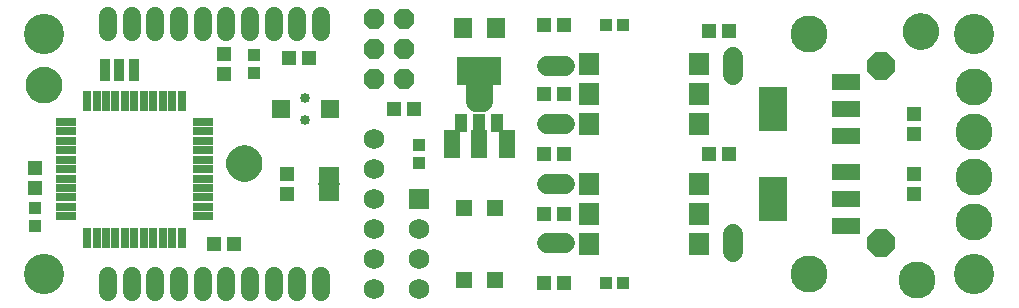
<source format=gts>
G75*
%MOIN*%
%OFA0B0*%
%FSLAX24Y24*%
%IPPOS*%
%LPD*%
%AMOC8*
5,1,8,0,0,1.08239X$1,22.5*
%
%ADD10C,0.1340*%
%ADD11C,0.0500*%
%ADD12C,0.0474*%
%ADD13R,0.0560X0.0960*%
%ADD14R,0.1497X0.0946*%
%ADD15R,0.0395X0.0631*%
%ADD16C,0.0660*%
%ADD17R,0.0394X0.0630*%
%ADD18R,0.0631X0.0710*%
%ADD19R,0.0395X0.0395*%
%ADD20R,0.0513X0.0474*%
%ADD21R,0.0474X0.0513*%
%ADD22R,0.0710X0.0540*%
%ADD23R,0.0720X0.0060*%
%ADD24OC8,0.0680*%
%ADD25C,0.0595*%
%ADD26R,0.0356X0.0749*%
%ADD27C,0.0680*%
%ADD28R,0.0631X0.0631*%
%ADD29C,0.0336*%
%ADD30C,0.0680*%
%ADD31R,0.0552X0.0552*%
%ADD32R,0.0277X0.0671*%
%ADD33R,0.0671X0.0277*%
%ADD34R,0.0960X0.0560*%
%ADD35R,0.0946X0.1497*%
%ADD36R,0.0678X0.0781*%
%ADD37OC8,0.0930*%
%ADD38R,0.0680X0.0680*%
%ADD39C,0.1230*%
D10*
X001150Y005396D03*
X001150Y013396D03*
X032150Y013396D03*
X032150Y005396D03*
D11*
X029996Y013496D02*
X029998Y013533D01*
X030004Y013570D01*
X030013Y013605D01*
X030027Y013640D01*
X030043Y013673D01*
X030064Y013704D01*
X030087Y013733D01*
X030113Y013759D01*
X030142Y013782D01*
X030173Y013803D01*
X030206Y013819D01*
X030241Y013833D01*
X030276Y013842D01*
X030313Y013848D01*
X030350Y013850D01*
X030387Y013848D01*
X030424Y013842D01*
X030459Y013833D01*
X030494Y013819D01*
X030527Y013803D01*
X030558Y013782D01*
X030587Y013759D01*
X030613Y013733D01*
X030636Y013704D01*
X030657Y013673D01*
X030673Y013640D01*
X030687Y013605D01*
X030696Y013570D01*
X030702Y013533D01*
X030704Y013496D01*
X030702Y013459D01*
X030696Y013422D01*
X030687Y013387D01*
X030673Y013352D01*
X030657Y013319D01*
X030636Y013288D01*
X030613Y013259D01*
X030587Y013233D01*
X030558Y013210D01*
X030527Y013189D01*
X030494Y013173D01*
X030459Y013159D01*
X030424Y013150D01*
X030387Y013144D01*
X030350Y013142D01*
X030313Y013144D01*
X030276Y013150D01*
X030241Y013159D01*
X030206Y013173D01*
X030173Y013189D01*
X030142Y013210D01*
X030113Y013233D01*
X030087Y013259D01*
X030064Y013288D01*
X030043Y013319D01*
X030027Y013352D01*
X030013Y013387D01*
X030004Y013422D01*
X029998Y013459D01*
X029996Y013496D01*
X007446Y009096D02*
X007448Y009133D01*
X007454Y009170D01*
X007463Y009205D01*
X007477Y009240D01*
X007493Y009273D01*
X007514Y009304D01*
X007537Y009333D01*
X007563Y009359D01*
X007592Y009382D01*
X007623Y009403D01*
X007656Y009419D01*
X007691Y009433D01*
X007726Y009442D01*
X007763Y009448D01*
X007800Y009450D01*
X007837Y009448D01*
X007874Y009442D01*
X007909Y009433D01*
X007944Y009419D01*
X007977Y009403D01*
X008008Y009382D01*
X008037Y009359D01*
X008063Y009333D01*
X008086Y009304D01*
X008107Y009273D01*
X008123Y009240D01*
X008137Y009205D01*
X008146Y009170D01*
X008152Y009133D01*
X008154Y009096D01*
X008152Y009059D01*
X008146Y009022D01*
X008137Y008987D01*
X008123Y008952D01*
X008107Y008919D01*
X008086Y008888D01*
X008063Y008859D01*
X008037Y008833D01*
X008008Y008810D01*
X007977Y008789D01*
X007944Y008773D01*
X007909Y008759D01*
X007874Y008750D01*
X007837Y008744D01*
X007800Y008742D01*
X007763Y008744D01*
X007726Y008750D01*
X007691Y008759D01*
X007656Y008773D01*
X007623Y008789D01*
X007592Y008810D01*
X007563Y008833D01*
X007537Y008859D01*
X007514Y008888D01*
X007493Y008919D01*
X007477Y008952D01*
X007463Y008987D01*
X007454Y009022D01*
X007448Y009059D01*
X007446Y009096D01*
X000767Y011708D02*
X000769Y011745D01*
X000775Y011782D01*
X000784Y011817D01*
X000798Y011852D01*
X000814Y011885D01*
X000835Y011916D01*
X000858Y011945D01*
X000884Y011971D01*
X000913Y011994D01*
X000944Y012015D01*
X000977Y012031D01*
X001012Y012045D01*
X001047Y012054D01*
X001084Y012060D01*
X001121Y012062D01*
X001158Y012060D01*
X001195Y012054D01*
X001230Y012045D01*
X001265Y012031D01*
X001298Y012015D01*
X001329Y011994D01*
X001358Y011971D01*
X001384Y011945D01*
X001407Y011916D01*
X001428Y011885D01*
X001444Y011852D01*
X001458Y011817D01*
X001467Y011782D01*
X001473Y011745D01*
X001475Y011708D01*
X001473Y011671D01*
X001467Y011634D01*
X001458Y011599D01*
X001444Y011564D01*
X001428Y011531D01*
X001407Y011500D01*
X001384Y011471D01*
X001358Y011445D01*
X001329Y011422D01*
X001298Y011401D01*
X001265Y011385D01*
X001230Y011371D01*
X001195Y011362D01*
X001158Y011356D01*
X001121Y011354D01*
X001084Y011356D01*
X001047Y011362D01*
X001012Y011371D01*
X000977Y011385D01*
X000944Y011401D01*
X000913Y011422D01*
X000884Y011445D01*
X000858Y011471D01*
X000835Y011500D01*
X000814Y011531D01*
X000798Y011564D01*
X000784Y011599D01*
X000775Y011634D01*
X000769Y011671D01*
X000767Y011708D01*
D12*
X001121Y011708D03*
X007800Y009096D03*
X030350Y013496D03*
D13*
X016560Y009726D03*
X015650Y009726D03*
X014740Y009726D03*
D14*
X015650Y012166D03*
D15*
X015050Y010446D03*
X016250Y010446D03*
D16*
X015760Y011138D02*
X015540Y011138D01*
X015540Y011994D01*
X015760Y011994D01*
X015760Y011138D01*
X015760Y011797D02*
X015540Y011797D01*
D17*
X015650Y010417D03*
D18*
X015099Y013596D03*
X016201Y013596D03*
D19*
X019855Y013696D03*
X020445Y013696D03*
X013650Y009691D03*
X013650Y009101D03*
X008150Y012101D03*
X008150Y012691D03*
X000850Y007591D03*
X000850Y007001D03*
X019855Y005096D03*
X020445Y005096D03*
D20*
X018485Y005096D03*
X017815Y005096D03*
X017815Y007396D03*
X018485Y007396D03*
X018485Y009396D03*
X017815Y009396D03*
X013485Y010896D03*
X012815Y010896D03*
X009985Y012596D03*
X009315Y012596D03*
X017815Y013696D03*
X018485Y013696D03*
X023315Y013496D03*
X023985Y013496D03*
X018485Y011396D03*
X017815Y011396D03*
X023315Y009396D03*
X023985Y009396D03*
X007485Y006396D03*
X006815Y006396D03*
D21*
X009250Y008062D03*
X009250Y008731D03*
X007150Y012062D03*
X007150Y012731D03*
X000850Y008931D03*
X000850Y008262D03*
X030150Y008062D03*
X030150Y008731D03*
X030150Y010062D03*
X030150Y010731D03*
D22*
X010650Y008696D03*
X010650Y008096D03*
D23*
X010650Y008396D03*
D24*
X012150Y011896D03*
X013150Y011896D03*
X013150Y012896D03*
X012150Y012896D03*
X012150Y013896D03*
X013150Y013896D03*
D25*
X003276Y005323D02*
X003276Y004808D01*
X004063Y004808D02*
X004063Y005323D01*
X004851Y005323D02*
X004851Y004808D01*
X005638Y004808D02*
X005638Y005323D01*
X006426Y005323D02*
X006426Y004808D01*
X007213Y004808D02*
X007213Y005323D01*
X008000Y005323D02*
X008000Y004808D01*
X008788Y004808D02*
X008788Y005323D01*
X009575Y005323D02*
X009575Y004808D01*
X010363Y004808D02*
X010363Y005323D01*
X010363Y013469D02*
X010363Y013984D01*
X009575Y013984D02*
X009575Y013469D01*
X008788Y013469D02*
X008788Y013984D01*
X008000Y013984D02*
X008000Y013469D01*
X007213Y013469D02*
X007213Y013984D01*
X006426Y013984D02*
X006426Y013469D01*
X005638Y013469D02*
X005638Y013984D01*
X004851Y013984D02*
X004851Y013469D01*
X004063Y013469D02*
X004063Y013984D01*
X003276Y013984D02*
X003276Y013469D01*
D26*
X003178Y012196D03*
X003650Y012196D03*
X004122Y012196D03*
D27*
X012150Y009896D03*
X012150Y008896D03*
X012150Y007896D03*
X012150Y006896D03*
X013650Y006896D03*
X013650Y005896D03*
X012150Y005896D03*
X012150Y004896D03*
X013650Y004896D03*
D28*
X010657Y010896D03*
X009043Y010896D03*
D29*
X009850Y010542D03*
X009850Y011250D03*
D30*
X017900Y010386D02*
X018500Y010386D01*
X018500Y012346D02*
X017900Y012346D01*
X024100Y012046D02*
X024100Y012646D01*
X018500Y008406D02*
X017900Y008406D01*
X017900Y006446D02*
X018500Y006446D01*
X024100Y006146D02*
X024100Y006746D01*
D31*
X016162Y007597D03*
X015138Y007597D03*
X015138Y005195D03*
X016162Y005195D03*
D32*
X005725Y006613D03*
X005410Y006613D03*
X005095Y006613D03*
X004780Y006613D03*
X004465Y006613D03*
X004150Y006613D03*
X003835Y006613D03*
X003520Y006613D03*
X003205Y006613D03*
X002890Y006613D03*
X002575Y006613D03*
X002575Y011180D03*
X002890Y011180D03*
X003205Y011180D03*
X003520Y011180D03*
X003835Y011180D03*
X004150Y011180D03*
X004465Y011180D03*
X004780Y011180D03*
X005095Y011180D03*
X005410Y011180D03*
X005725Y011180D03*
D33*
X006433Y010471D03*
X006433Y010156D03*
X006433Y009841D03*
X006433Y009526D03*
X006433Y009211D03*
X006433Y008896D03*
X006433Y008581D03*
X006433Y008266D03*
X006433Y007951D03*
X006433Y007636D03*
X006433Y007321D03*
X001867Y007321D03*
X001867Y007636D03*
X001867Y007951D03*
X001867Y008266D03*
X001867Y008581D03*
X001867Y008896D03*
X001867Y009211D03*
X001867Y009526D03*
X001867Y009841D03*
X001867Y010156D03*
X001867Y010471D03*
D34*
X027870Y010896D03*
X027870Y009986D03*
X027870Y008806D03*
X027870Y007896D03*
X027870Y006986D03*
X027870Y011806D03*
D35*
X025430Y010896D03*
X025430Y007896D03*
D36*
X022979Y007396D03*
X022979Y006396D03*
X019321Y006396D03*
X019321Y007396D03*
X019321Y008396D03*
X022979Y008396D03*
X022979Y010396D03*
X022979Y011396D03*
X022979Y012396D03*
X019321Y012396D03*
X019321Y011396D03*
X019321Y010396D03*
D37*
X029050Y012346D03*
X029050Y006446D03*
D38*
X013650Y007896D03*
D39*
X026650Y005396D03*
X030250Y005196D03*
X032150Y007146D03*
X032150Y008646D03*
X032150Y010146D03*
X032150Y011646D03*
X026650Y013396D03*
M02*

</source>
